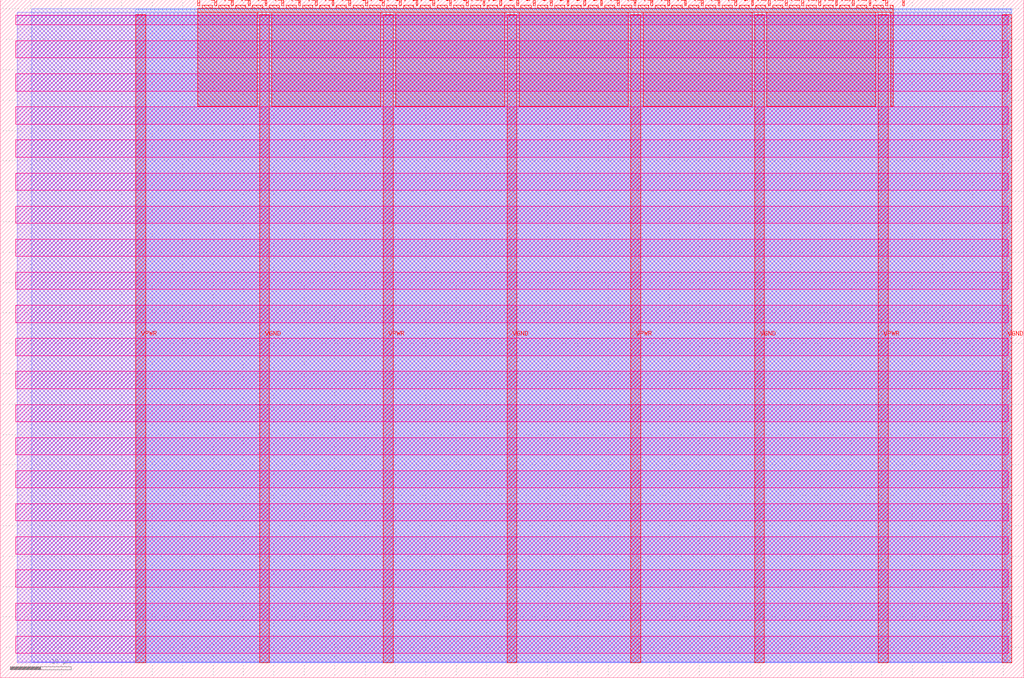
<source format=lef>
VERSION 5.7 ;
  NOWIREEXTENSIONATPIN ON ;
  DIVIDERCHAR "/" ;
  BUSBITCHARS "[]" ;
MACRO tt_um_proppy_bytebeat_dup2
  CLASS BLOCK ;
  FOREIGN tt_um_proppy_bytebeat_dup2 ;
  ORIGIN 0.000 0.000 ;
  SIZE 168.360 BY 111.520 ;
  PIN VGND
    DIRECTION INOUT ;
    USE GROUND ;
    PORT
      LAYER met4 ;
        RECT 42.670 2.480 44.270 109.040 ;
    END
    PORT
      LAYER met4 ;
        RECT 83.380 2.480 84.980 109.040 ;
    END
    PORT
      LAYER met4 ;
        RECT 124.090 2.480 125.690 109.040 ;
    END
    PORT
      LAYER met4 ;
        RECT 164.800 2.480 166.400 109.040 ;
    END
  END VGND
  PIN VPWR
    DIRECTION INOUT ;
    USE POWER ;
    PORT
      LAYER met4 ;
        RECT 22.315 2.480 23.915 109.040 ;
    END
    PORT
      LAYER met4 ;
        RECT 63.025 2.480 64.625 109.040 ;
    END
    PORT
      LAYER met4 ;
        RECT 103.735 2.480 105.335 109.040 ;
    END
    PORT
      LAYER met4 ;
        RECT 144.445 2.480 146.045 109.040 ;
    END
  END VPWR
  PIN clk
    DIRECTION INPUT ;
    USE SIGNAL ;
    ANTENNAGATEAREA 0.852000 ;
    PORT
      LAYER met4 ;
        RECT 145.670 110.520 145.970 111.520 ;
    END
  END clk
  PIN ena
    DIRECTION INPUT ;
    USE SIGNAL ;
    PORT
      LAYER met4 ;
        RECT 148.430 110.520 148.730 111.520 ;
    END
  END ena
  PIN rst_n
    DIRECTION INPUT ;
    USE SIGNAL ;
    ANTENNAGATEAREA 0.196500 ;
    PORT
      LAYER met4 ;
        RECT 142.910 110.520 143.210 111.520 ;
    END
  END rst_n
  PIN ui_in[0]
    DIRECTION INPUT ;
    USE SIGNAL ;
    ANTENNAGATEAREA 0.196500 ;
    PORT
      LAYER met4 ;
        RECT 140.150 110.520 140.450 111.520 ;
    END
  END ui_in[0]
  PIN ui_in[1]
    DIRECTION INPUT ;
    USE SIGNAL ;
    ANTENNAGATEAREA 0.196500 ;
    PORT
      LAYER met4 ;
        RECT 137.390 110.520 137.690 111.520 ;
    END
  END ui_in[1]
  PIN ui_in[2]
    DIRECTION INPUT ;
    USE SIGNAL ;
    ANTENNAGATEAREA 0.196500 ;
    PORT
      LAYER met4 ;
        RECT 134.630 110.520 134.930 111.520 ;
    END
  END ui_in[2]
  PIN ui_in[3]
    DIRECTION INPUT ;
    USE SIGNAL ;
    ANTENNAGATEAREA 0.196500 ;
    PORT
      LAYER met4 ;
        RECT 131.870 110.520 132.170 111.520 ;
    END
  END ui_in[3]
  PIN ui_in[4]
    DIRECTION INPUT ;
    USE SIGNAL ;
    ANTENNAGATEAREA 0.196500 ;
    PORT
      LAYER met4 ;
        RECT 129.110 110.520 129.410 111.520 ;
    END
  END ui_in[4]
  PIN ui_in[5]
    DIRECTION INPUT ;
    USE SIGNAL ;
    ANTENNAGATEAREA 0.196500 ;
    PORT
      LAYER met4 ;
        RECT 126.350 110.520 126.650 111.520 ;
    END
  END ui_in[5]
  PIN ui_in[6]
    DIRECTION INPUT ;
    USE SIGNAL ;
    ANTENNAGATEAREA 0.196500 ;
    PORT
      LAYER met4 ;
        RECT 123.590 110.520 123.890 111.520 ;
    END
  END ui_in[6]
  PIN ui_in[7]
    DIRECTION INPUT ;
    USE SIGNAL ;
    ANTENNAGATEAREA 0.196500 ;
    PORT
      LAYER met4 ;
        RECT 120.830 110.520 121.130 111.520 ;
    END
  END ui_in[7]
  PIN uio_in[0]
    DIRECTION INPUT ;
    USE SIGNAL ;
    ANTENNAGATEAREA 0.196500 ;
    PORT
      LAYER met4 ;
        RECT 118.070 110.520 118.370 111.520 ;
    END
  END uio_in[0]
  PIN uio_in[1]
    DIRECTION INPUT ;
    USE SIGNAL ;
    ANTENNAGATEAREA 0.196500 ;
    PORT
      LAYER met4 ;
        RECT 115.310 110.520 115.610 111.520 ;
    END
  END uio_in[1]
  PIN uio_in[2]
    DIRECTION INPUT ;
    USE SIGNAL ;
    ANTENNAGATEAREA 0.196500 ;
    PORT
      LAYER met4 ;
        RECT 112.550 110.520 112.850 111.520 ;
    END
  END uio_in[2]
  PIN uio_in[3]
    DIRECTION INPUT ;
    USE SIGNAL ;
    ANTENNAGATEAREA 0.196500 ;
    PORT
      LAYER met4 ;
        RECT 109.790 110.520 110.090 111.520 ;
    END
  END uio_in[3]
  PIN uio_in[4]
    DIRECTION INPUT ;
    USE SIGNAL ;
    ANTENNAGATEAREA 0.196500 ;
    PORT
      LAYER met4 ;
        RECT 107.030 110.520 107.330 111.520 ;
    END
  END uio_in[4]
  PIN uio_in[5]
    DIRECTION INPUT ;
    USE SIGNAL ;
    ANTENNAGATEAREA 0.196500 ;
    PORT
      LAYER met4 ;
        RECT 104.270 110.520 104.570 111.520 ;
    END
  END uio_in[5]
  PIN uio_in[6]
    DIRECTION INPUT ;
    USE SIGNAL ;
    ANTENNAGATEAREA 0.196500 ;
    PORT
      LAYER met4 ;
        RECT 101.510 110.520 101.810 111.520 ;
    END
  END uio_in[6]
  PIN uio_in[7]
    DIRECTION INPUT ;
    USE SIGNAL ;
    ANTENNAGATEAREA 0.196500 ;
    PORT
      LAYER met4 ;
        RECT 98.750 110.520 99.050 111.520 ;
    END
  END uio_in[7]
  PIN uio_oe[0]
    DIRECTION OUTPUT TRISTATE ;
    USE SIGNAL ;
    PORT
      LAYER met4 ;
        RECT 51.830 110.520 52.130 111.520 ;
    END
  END uio_oe[0]
  PIN uio_oe[1]
    DIRECTION OUTPUT TRISTATE ;
    USE SIGNAL ;
    PORT
      LAYER met4 ;
        RECT 49.070 110.520 49.370 111.520 ;
    END
  END uio_oe[1]
  PIN uio_oe[2]
    DIRECTION OUTPUT TRISTATE ;
    USE SIGNAL ;
    PORT
      LAYER met4 ;
        RECT 46.310 110.520 46.610 111.520 ;
    END
  END uio_oe[2]
  PIN uio_oe[3]
    DIRECTION OUTPUT TRISTATE ;
    USE SIGNAL ;
    PORT
      LAYER met4 ;
        RECT 43.550 110.520 43.850 111.520 ;
    END
  END uio_oe[3]
  PIN uio_oe[4]
    DIRECTION OUTPUT TRISTATE ;
    USE SIGNAL ;
    PORT
      LAYER met4 ;
        RECT 40.790 110.520 41.090 111.520 ;
    END
  END uio_oe[4]
  PIN uio_oe[5]
    DIRECTION OUTPUT TRISTATE ;
    USE SIGNAL ;
    PORT
      LAYER met4 ;
        RECT 38.030 110.520 38.330 111.520 ;
    END
  END uio_oe[5]
  PIN uio_oe[6]
    DIRECTION OUTPUT TRISTATE ;
    USE SIGNAL ;
    PORT
      LAYER met4 ;
        RECT 35.270 110.520 35.570 111.520 ;
    END
  END uio_oe[6]
  PIN uio_oe[7]
    DIRECTION OUTPUT TRISTATE ;
    USE SIGNAL ;
    PORT
      LAYER met4 ;
        RECT 32.510 110.520 32.810 111.520 ;
    END
  END uio_oe[7]
  PIN uio_out[0]
    DIRECTION OUTPUT TRISTATE ;
    USE SIGNAL ;
    PORT
      LAYER met4 ;
        RECT 73.910 110.520 74.210 111.520 ;
    END
  END uio_out[0]
  PIN uio_out[1]
    DIRECTION OUTPUT TRISTATE ;
    USE SIGNAL ;
    PORT
      LAYER met4 ;
        RECT 71.150 110.520 71.450 111.520 ;
    END
  END uio_out[1]
  PIN uio_out[2]
    DIRECTION OUTPUT TRISTATE ;
    USE SIGNAL ;
    PORT
      LAYER met4 ;
        RECT 68.390 110.520 68.690 111.520 ;
    END
  END uio_out[2]
  PIN uio_out[3]
    DIRECTION OUTPUT TRISTATE ;
    USE SIGNAL ;
    PORT
      LAYER met4 ;
        RECT 65.630 110.520 65.930 111.520 ;
    END
  END uio_out[3]
  PIN uio_out[4]
    DIRECTION OUTPUT TRISTATE ;
    USE SIGNAL ;
    PORT
      LAYER met4 ;
        RECT 62.870 110.520 63.170 111.520 ;
    END
  END uio_out[4]
  PIN uio_out[5]
    DIRECTION OUTPUT TRISTATE ;
    USE SIGNAL ;
    PORT
      LAYER met4 ;
        RECT 60.110 110.520 60.410 111.520 ;
    END
  END uio_out[5]
  PIN uio_out[6]
    DIRECTION OUTPUT TRISTATE ;
    USE SIGNAL ;
    PORT
      LAYER met4 ;
        RECT 57.350 110.520 57.650 111.520 ;
    END
  END uio_out[6]
  PIN uio_out[7]
    DIRECTION OUTPUT TRISTATE ;
    USE SIGNAL ;
    PORT
      LAYER met4 ;
        RECT 54.590 110.520 54.890 111.520 ;
    END
  END uio_out[7]
  PIN uo_out[0]
    DIRECTION OUTPUT TRISTATE ;
    USE SIGNAL ;
    ANTENNADIFFAREA 0.445500 ;
    PORT
      LAYER met4 ;
        RECT 95.990 110.520 96.290 111.520 ;
    END
  END uo_out[0]
  PIN uo_out[1]
    DIRECTION OUTPUT TRISTATE ;
    USE SIGNAL ;
    ANTENNADIFFAREA 0.445500 ;
    PORT
      LAYER met4 ;
        RECT 93.230 110.520 93.530 111.520 ;
    END
  END uo_out[1]
  PIN uo_out[2]
    DIRECTION OUTPUT TRISTATE ;
    USE SIGNAL ;
    ANTENNADIFFAREA 0.445500 ;
    PORT
      LAYER met4 ;
        RECT 90.470 110.520 90.770 111.520 ;
    END
  END uo_out[2]
  PIN uo_out[3]
    DIRECTION OUTPUT TRISTATE ;
    USE SIGNAL ;
    ANTENNADIFFAREA 0.445500 ;
    PORT
      LAYER met4 ;
        RECT 87.710 110.520 88.010 111.520 ;
    END
  END uo_out[3]
  PIN uo_out[4]
    DIRECTION OUTPUT TRISTATE ;
    USE SIGNAL ;
    ANTENNADIFFAREA 0.445500 ;
    PORT
      LAYER met4 ;
        RECT 84.950 110.520 85.250 111.520 ;
    END
  END uo_out[4]
  PIN uo_out[5]
    DIRECTION OUTPUT TRISTATE ;
    USE SIGNAL ;
    ANTENNADIFFAREA 0.445500 ;
    PORT
      LAYER met4 ;
        RECT 82.190 110.520 82.490 111.520 ;
    END
  END uo_out[5]
  PIN uo_out[6]
    DIRECTION OUTPUT TRISTATE ;
    USE SIGNAL ;
    ANTENNADIFFAREA 0.445500 ;
    PORT
      LAYER met4 ;
        RECT 79.430 110.520 79.730 111.520 ;
    END
  END uo_out[6]
  PIN uo_out[7]
    DIRECTION OUTPUT TRISTATE ;
    USE SIGNAL ;
    ANTENNADIFFAREA 0.891000 ;
    PORT
      LAYER met4 ;
        RECT 76.670 110.520 76.970 111.520 ;
    END
  END uo_out[7]
  OBS
      LAYER nwell ;
        RECT 2.570 107.385 165.790 108.990 ;
        RECT 2.570 101.945 165.790 104.775 ;
        RECT 2.570 96.505 165.790 99.335 ;
        RECT 2.570 91.065 165.790 93.895 ;
        RECT 2.570 85.625 165.790 88.455 ;
        RECT 2.570 80.185 165.790 83.015 ;
        RECT 2.570 74.745 165.790 77.575 ;
        RECT 2.570 69.305 165.790 72.135 ;
        RECT 2.570 63.865 165.790 66.695 ;
        RECT 2.570 58.425 165.790 61.255 ;
        RECT 2.570 52.985 165.790 55.815 ;
        RECT 2.570 47.545 165.790 50.375 ;
        RECT 2.570 42.105 165.790 44.935 ;
        RECT 2.570 36.665 165.790 39.495 ;
        RECT 2.570 31.225 165.790 34.055 ;
        RECT 2.570 25.785 165.790 28.615 ;
        RECT 2.570 20.345 165.790 23.175 ;
        RECT 2.570 14.905 165.790 17.735 ;
        RECT 2.570 9.465 165.790 12.295 ;
        RECT 2.570 4.025 165.790 6.855 ;
      LAYER li1 ;
        RECT 2.760 2.635 165.600 108.885 ;
      LAYER met1 ;
        RECT 2.760 2.480 166.400 109.440 ;
      LAYER met2 ;
        RECT 5.160 2.535 166.370 110.005 ;
      LAYER met3 ;
        RECT 22.325 2.555 166.390 109.985 ;
      LAYER met4 ;
        RECT 33.210 110.120 34.870 110.650 ;
        RECT 35.970 110.120 37.630 110.650 ;
        RECT 38.730 110.120 40.390 110.650 ;
        RECT 41.490 110.120 43.150 110.650 ;
        RECT 44.250 110.120 45.910 110.650 ;
        RECT 47.010 110.120 48.670 110.650 ;
        RECT 49.770 110.120 51.430 110.650 ;
        RECT 52.530 110.120 54.190 110.650 ;
        RECT 55.290 110.120 56.950 110.650 ;
        RECT 58.050 110.120 59.710 110.650 ;
        RECT 60.810 110.120 62.470 110.650 ;
        RECT 63.570 110.120 65.230 110.650 ;
        RECT 66.330 110.120 67.990 110.650 ;
        RECT 69.090 110.120 70.750 110.650 ;
        RECT 71.850 110.120 73.510 110.650 ;
        RECT 74.610 110.120 76.270 110.650 ;
        RECT 77.370 110.120 79.030 110.650 ;
        RECT 80.130 110.120 81.790 110.650 ;
        RECT 82.890 110.120 84.550 110.650 ;
        RECT 85.650 110.120 87.310 110.650 ;
        RECT 88.410 110.120 90.070 110.650 ;
        RECT 91.170 110.120 92.830 110.650 ;
        RECT 93.930 110.120 95.590 110.650 ;
        RECT 96.690 110.120 98.350 110.650 ;
        RECT 99.450 110.120 101.110 110.650 ;
        RECT 102.210 110.120 103.870 110.650 ;
        RECT 104.970 110.120 106.630 110.650 ;
        RECT 107.730 110.120 109.390 110.650 ;
        RECT 110.490 110.120 112.150 110.650 ;
        RECT 113.250 110.120 114.910 110.650 ;
        RECT 116.010 110.120 117.670 110.650 ;
        RECT 118.770 110.120 120.430 110.650 ;
        RECT 121.530 110.120 123.190 110.650 ;
        RECT 124.290 110.120 125.950 110.650 ;
        RECT 127.050 110.120 128.710 110.650 ;
        RECT 129.810 110.120 131.470 110.650 ;
        RECT 132.570 110.120 134.230 110.650 ;
        RECT 135.330 110.120 136.990 110.650 ;
        RECT 138.090 110.120 139.750 110.650 ;
        RECT 140.850 110.120 142.510 110.650 ;
        RECT 143.610 110.120 145.270 110.650 ;
        RECT 146.370 110.120 146.905 110.650 ;
        RECT 32.495 109.440 146.905 110.120 ;
        RECT 32.495 94.015 42.270 109.440 ;
        RECT 44.670 94.015 62.625 109.440 ;
        RECT 65.025 94.015 82.980 109.440 ;
        RECT 85.380 94.015 103.335 109.440 ;
        RECT 105.735 94.015 123.690 109.440 ;
        RECT 126.090 94.015 144.045 109.440 ;
        RECT 146.445 94.015 146.905 109.440 ;
  END
END tt_um_proppy_bytebeat_dup2
END LIBRARY


</source>
